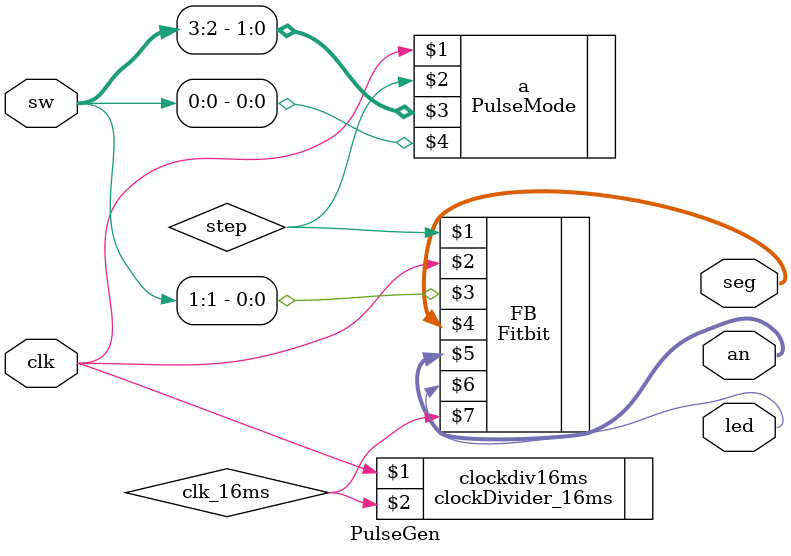
<source format=v>

module PulseGen(sw, led, seg, an, clk);
input clk;
input [3:0] sw;
output led;
output [6:0] seg;
output [3:0] an;

wire step;
//wire reset, start;
//wire [1:0] mode;
//wire clk_32, clk_64, clk_128;

PulseMode a(clk, step, sw[3:2], sw[0]);

// fitbit calculates all the data to display and contains seven segment module
Fitbit FB(step, clk, sw[1], seg, an, led, clk_16ms);


//assign mode = sw[3:2];
//assign reset = sw[1];
//assign start = sw[0];
//always @(clk) begin
//  // generate a pulse if start is 1
//  if(start == 1) begin
//    if(mode == 0) begin // 32 steps per sec
//      step <= clk_32;
//    end
//    else if(mode == 1) begin // 64 steps per sec
//      step <= clk_64;
//    end
//    else if(mode == 2) begin // 128 steps per sec
//      step <= clk_128;  
//    end
//    else begin // hybrid
  
//    end
//  end
//  else begin
//    step <= 1'b0;
//  end
//end

//clockDivider_32 clockdiv32(clk, clk_32, start);
//clockDivider_64 clockdiv64(clk, clk_64, start);
//clockDivider_128 clockdiv128(clk, clk_128, start);
clockDivider_16ms clockdiv16ms(clk, clk_16ms);

endmodule

</source>
